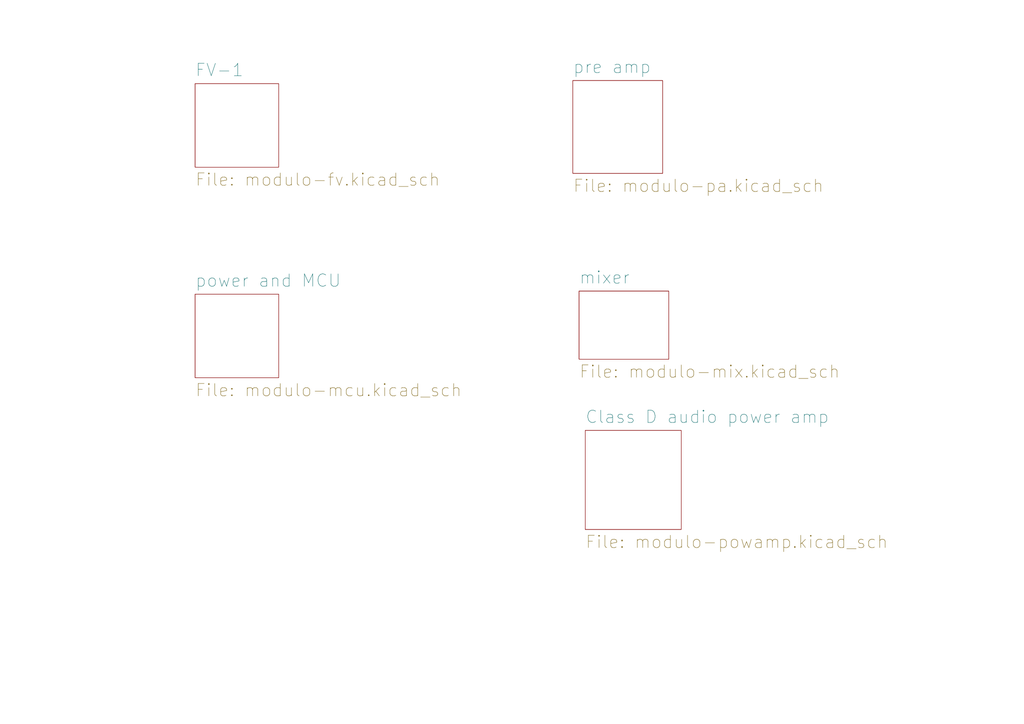
<source format=kicad_sch>
(kicad_sch (version 20211123) (generator eeschema)

  (uuid 52059813-023e-4ddf-808d-4b81dba594da)

  (paper "A3")

  (title_block
    (title "Modulo")
  )

  (lib_symbols
  )


  (sheet (at 80.01 34.29) (size 34.29 34.29) (fields_autoplaced)
    (stroke (width 0) (type solid) (color 0 0 0 0))
    (fill (color 0 0 0 0.0000))
    (uuid 00000000-0000-0000-0000-00005ee9af5b)
    (property "Sheet name" "FV-1" (id 0) (at 80.01 31.6734 0)
      (effects (font (size 5.08 5.08)) (justify left bottom))
    )
    (property "Sheet file" "modulo-fv.kicad_sch" (id 1) (at 80.01 70.6886 0)
      (effects (font (size 5.08 5.08)) (justify left top))
    )
  )

  (sheet (at 240.03 176.53) (size 39.37 40.64) (fields_autoplaced)
    (stroke (width 0) (type solid) (color 0 0 0 0))
    (fill (color 0 0 0 0.0000))
    (uuid 00000000-0000-0000-0000-00005ef28843)
    (property "Sheet name" "Class D audio power amp" (id 0) (at 240.03 173.9134 0)
      (effects (font (size 5.08 5.08)) (justify left bottom))
    )
    (property "Sheet file" "modulo-powamp.kicad_sch" (id 1) (at 240.03 219.2786 0)
      (effects (font (size 5.08 5.08)) (justify left top))
    )
  )

  (sheet (at 237.49 119.38) (size 36.83 27.94) (fields_autoplaced)
    (stroke (width 0) (type solid) (color 0 0 0 0))
    (fill (color 0 0 0 0.0000))
    (uuid 00000000-0000-0000-0000-00005f048fd6)
    (property "Sheet name" "mixer" (id 0) (at 237.49 116.7634 0)
      (effects (font (size 5.08 5.08)) (justify left bottom))
    )
    (property "Sheet file" "modulo-mix.kicad_sch" (id 1) (at 237.49 149.4286 0)
      (effects (font (size 5.08 5.08)) (justify left top))
    )
  )

  (sheet (at 80.01 120.65) (size 34.29 34.29) (fields_autoplaced)
    (stroke (width 0) (type solid) (color 0 0 0 0))
    (fill (color 0 0 0 0.0000))
    (uuid 00000000-0000-0000-0000-00005f06bd21)
    (property "Sheet name" "power and MCU" (id 0) (at 80.01 118.0334 0)
      (effects (font (size 5.08 5.08)) (justify left bottom))
    )
    (property "Sheet file" "modulo-mcu.kicad_sch" (id 1) (at 80.01 157.0486 0)
      (effects (font (size 5.08 5.08)) (justify left top))
    )
  )

  (sheet (at 234.95 33.02) (size 36.83 38.1) (fields_autoplaced)
    (stroke (width 0) (type solid) (color 0 0 0 0))
    (fill (color 0 0 0 0.0000))
    (uuid 00000000-0000-0000-0000-000060d4580b)
    (property "Sheet name" "pre amp" (id 0) (at 234.95 30.4034 0)
      (effects (font (size 5.08 5.08)) (justify left bottom))
    )
    (property "Sheet file" "modulo-pa.kicad_sch" (id 1) (at 234.95 73.2286 0)
      (effects (font (size 5.08 5.08)) (justify left top))
    )
  )

  (sheet_instances
    (path "/" (page "1"))
    (path "/00000000-0000-0000-0000-00005ee9af5b" (page "2"))
    (path "/00000000-0000-0000-0000-00005f06bd21" (page "3"))
    (path "/00000000-0000-0000-0000-000060d4580b" (page "4"))
    (path "/00000000-0000-0000-0000-00005f048fd6" (page "5"))
    (path "/00000000-0000-0000-0000-00005ef28843" (page "6"))
  )

  (symbol_instances
    (path "/00000000-0000-0000-0000-00005f06bd21/00000000-0000-0000-0000-00005ee94c57"
      (reference "#PWR01") (unit 1) (value "+12V") (footprint "")
    )
    (path "/00000000-0000-0000-0000-00005f06bd21/00000000-0000-0000-0000-00005ef29315"
      (reference "#PWR02") (unit 1) (value "GND") (footprint "")
    )
    (path "/00000000-0000-0000-0000-00005f06bd21/00000000-0000-0000-0000-00005ef8c84a"
      (reference "#PWR03") (unit 1) (value "GND") (footprint "")
    )
    (path "/00000000-0000-0000-0000-00005f06bd21/00000000-0000-0000-0000-00005efb84a8"
      (reference "#PWR04") (unit 1) (value "GND") (footprint "")
    )
    (path "/00000000-0000-0000-0000-00005ee9af5b/00000000-0000-0000-0000-00005f0bad59"
      (reference "#PWR018") (unit 1) (value "+3.3V") (footprint "")
    )
    (path "/00000000-0000-0000-0000-00005ee9af5b/00000000-0000-0000-0000-00005f0c0ce7"
      (reference "#PWR019") (unit 1) (value "GND") (footprint "")
    )
    (path "/00000000-0000-0000-0000-00005ee9af5b/00000000-0000-0000-0000-00005f1275ff"
      (reference "#PWR020") (unit 1) (value "+3.3V") (footprint "")
    )
    (path "/00000000-0000-0000-0000-00005ee9af5b/00000000-0000-0000-0000-00005f1279fa"
      (reference "#PWR021") (unit 1) (value "GND") (footprint "")
    )
    (path "/00000000-0000-0000-0000-00005ee9af5b/00000000-0000-0000-0000-00005ef230ae"
      (reference "#PWR0101") (unit 1) (value "GND") (footprint "")
    )
    (path "/00000000-0000-0000-0000-00005f06bd21/00000000-0000-0000-0000-00005ee73ad5"
      (reference "#PWR0102") (unit 1) (value "GND") (footprint "")
    )
    (path "/00000000-0000-0000-0000-00005f06bd21/00000000-0000-0000-0000-00005ee73adc"
      (reference "#PWR0103") (unit 1) (value "+3.3V") (footprint "")
    )
    (path "/00000000-0000-0000-0000-000060d4580b/00000000-0000-0000-0000-0000615268fd"
      (reference "#PWR0104") (unit 1) (value "GND") (footprint "")
    )
    (path "/00000000-0000-0000-0000-000060d4580b/00000000-0000-0000-0000-00006147631d"
      (reference "#PWR0105") (unit 1) (value "GND") (footprint "")
    )
    (path "/00000000-0000-0000-0000-000060d4580b/00000000-0000-0000-0000-00006147637b"
      (reference "#PWR0106") (unit 1) (value "GND") (footprint "")
    )
    (path "/00000000-0000-0000-0000-000060d4580b/00000000-0000-0000-0000-000061526907"
      (reference "#PWR0107") (unit 1) (value "GND") (footprint "")
    )
    (path "/00000000-0000-0000-0000-00005f06bd21/00000000-0000-0000-0000-00005ee73ae4"
      (reference "#PWR0108") (unit 1) (value "GND") (footprint "")
    )
    (path "/00000000-0000-0000-0000-00005f06bd21/00000000-0000-0000-0000-00005ee73af0"
      (reference "#PWR0109") (unit 1) (value "GND") (footprint "")
    )
    (path "/00000000-0000-0000-0000-00005f06bd21/00000000-0000-0000-0000-00005ee73afd"
      (reference "#PWR0110") (unit 1) (value "GND") (footprint "")
    )
    (path "/00000000-0000-0000-0000-00005f06bd21/00000000-0000-0000-0000-00005ee73b2b"
      (reference "#PWR0111") (unit 1) (value "+12V") (footprint "")
    )
    (path "/00000000-0000-0000-0000-00005ee9af5b/00000000-0000-0000-0000-00005f0abc9c"
      (reference "#PWR0112") (unit 1) (value "GND") (footprint "")
    )
    (path "/00000000-0000-0000-0000-00005f06bd21/00000000-0000-0000-0000-00005ee73b38"
      (reference "#PWR0113") (unit 1) (value "GND") (footprint "")
    )
    (path "/00000000-0000-0000-0000-000060d4580b/00000000-0000-0000-0000-000061476399"
      (reference "#PWR0114") (unit 1) (value "+12V") (footprint "")
    )
    (path "/00000000-0000-0000-0000-000060d4580b/00000000-0000-0000-0000-00006147639f"
      (reference "#PWR0115") (unit 1) (value "+12V") (footprint "")
    )
    (path "/00000000-0000-0000-0000-000060d4580b/00000000-0000-0000-0000-00006152690e"
      (reference "#PWR0116") (unit 1) (value "GND") (footprint "")
    )
    (path "/00000000-0000-0000-0000-000060d4580b/00000000-0000-0000-0000-000061526914"
      (reference "#PWR0117") (unit 1) (value "GND") (footprint "")
    )
    (path "/00000000-0000-0000-0000-000060d4580b/00000000-0000-0000-0000-00006152692c"
      (reference "#PWR0118") (unit 1) (value "GND") (footprint "")
    )
    (path "/00000000-0000-0000-0000-000060d4580b/00000000-0000-0000-0000-000061526a04"
      (reference "#PWR0119") (unit 1) (value "+12V") (footprint "")
    )
    (path "/00000000-0000-0000-0000-000060d4580b/00000000-0000-0000-0000-000061526a0a"
      (reference "#PWR0120") (unit 1) (value "+12V") (footprint "")
    )
    (path "/00000000-0000-0000-0000-000060d4580b/00000000-0000-0000-0000-0000615442f6"
      (reference "#PWR0121") (unit 1) (value "GND") (footprint "")
    )
    (path "/00000000-0000-0000-0000-000060d4580b/00000000-0000-0000-0000-0000615449f7"
      (reference "#PWR0122") (unit 1) (value "+12V") (footprint "")
    )
    (path "/00000000-0000-0000-0000-00005ee9af5b/00000000-0000-0000-0000-00005ef230c0"
      (reference "#PWR0123") (unit 1) (value "+3.3V") (footprint "")
    )
    (path "/00000000-0000-0000-0000-00005ee9af5b/00000000-0000-0000-0000-00005ef230d1"
      (reference "#PWR0124") (unit 1) (value "GND") (footprint "")
    )
    (path "/00000000-0000-0000-0000-00005ee9af5b/00000000-0000-0000-0000-00005ef230d8"
      (reference "#PWR0125") (unit 1) (value "GND") (footprint "")
    )
    (path "/00000000-0000-0000-0000-00005f06bd21/00000000-0000-0000-0000-00005ef7e080"
      (reference "#PWR0126") (unit 1) (value "GND") (footprint "")
    )
    (path "/00000000-0000-0000-0000-00005ee9af5b/00000000-0000-0000-0000-00005ef230eb"
      (reference "#PWR0127") (unit 1) (value "GND") (footprint "")
    )
    (path "/00000000-0000-0000-0000-00005ee9af5b/00000000-0000-0000-0000-00005ef230f2"
      (reference "#PWR0128") (unit 1) (value "GND") (footprint "")
    )
    (path "/00000000-0000-0000-0000-00005ee9af5b/00000000-0000-0000-0000-00005ef230f9"
      (reference "#PWR0129") (unit 1) (value "GND") (footprint "")
    )
    (path "/00000000-0000-0000-0000-00005ee9af5b/00000000-0000-0000-0000-00005ef23100"
      (reference "#PWR0130") (unit 1) (value "GND") (footprint "")
    )
    (path "/00000000-0000-0000-0000-00005ee9af5b/00000000-0000-0000-0000-00005ef2311a"
      (reference "#PWR0131") (unit 1) (value "+3.3V") (footprint "")
    )
    (path "/00000000-0000-0000-0000-00005ee9af5b/00000000-0000-0000-0000-00005ef2312b"
      (reference "#PWR0132") (unit 1) (value "GND") (footprint "")
    )
    (path "/00000000-0000-0000-0000-00005ee9af5b/00000000-0000-0000-0000-00005ef23132"
      (reference "#PWR0133") (unit 1) (value "GND") (footprint "")
    )
    (path "/00000000-0000-0000-0000-00005ee9af5b/00000000-0000-0000-0000-00005ef23139"
      (reference "#PWR0134") (unit 1) (value "GND") (footprint "")
    )
    (path "/00000000-0000-0000-0000-00005ee9af5b/00000000-0000-0000-0000-00005ef2314c"
      (reference "#PWR0135") (unit 1) (value "GND") (footprint "")
    )
    (path "/00000000-0000-0000-0000-00005ee9af5b/00000000-0000-0000-0000-00005ef2315b"
      (reference "#PWR0136") (unit 1) (value "+3.3V") (footprint "")
    )
    (path "/00000000-0000-0000-0000-00005ee9af5b/00000000-0000-0000-0000-00005ef23167"
      (reference "#PWR0137") (unit 1) (value "+3.3V") (footprint "")
    )
    (path "/00000000-0000-0000-0000-00005ee9af5b/00000000-0000-0000-0000-00005ef23173"
      (reference "#PWR0138") (unit 1) (value "GND") (footprint "")
    )
    (path "/00000000-0000-0000-0000-00005ee9af5b/00000000-0000-0000-0000-00005ef23180"
      (reference "#PWR0139") (unit 1) (value "+3.3V") (footprint "")
    )
    (path "/00000000-0000-0000-0000-00005ee9af5b/00000000-0000-0000-0000-00005ef2318d"
      (reference "#PWR0140") (unit 1) (value "GND") (footprint "")
    )
    (path "/00000000-0000-0000-0000-00005ee9af5b/00000000-0000-0000-0000-00005ef2319c"
      (reference "#PWR0141") (unit 1) (value "GND") (footprint "")
    )
    (path "/00000000-0000-0000-0000-00005ee9af5b/00000000-0000-0000-0000-00005ef231a2"
      (reference "#PWR0142") (unit 1) (value "GND") (footprint "")
    )
    (path "/00000000-0000-0000-0000-00005ee9af5b/00000000-0000-0000-0000-00005ef231b4"
      (reference "#PWR0143") (unit 1) (value "+3.3V") (footprint "")
    )
    (path "/00000000-0000-0000-0000-00005ee9af5b/00000000-0000-0000-0000-00005ef231cd"
      (reference "#PWR0144") (unit 1) (value "GND") (footprint "")
    )
    (path "/00000000-0000-0000-0000-00005ee9af5b/00000000-0000-0000-0000-00005ef231f3"
      (reference "#PWR0145") (unit 1) (value "GND") (footprint "")
    )
    (path "/00000000-0000-0000-0000-00005ee9af5b/00000000-0000-0000-0000-00005ef23259"
      (reference "#PWR0146") (unit 1) (value "GND") (footprint "")
    )
    (path "/00000000-0000-0000-0000-00005ee9af5b/00000000-0000-0000-0000-00005ef23272"
      (reference "#PWR0147") (unit 1) (value "GND") (footprint "")
    )
    (path "/00000000-0000-0000-0000-00005ef28843/00000000-0000-0000-0000-00005efebdad"
      (reference "#PWR0148") (unit 1) (value "GND") (footprint "")
    )
    (path "/00000000-0000-0000-0000-00005ef28843/00000000-0000-0000-0000-00005efebde1"
      (reference "#PWR0149") (unit 1) (value "GND") (footprint "")
    )
    (path "/00000000-0000-0000-0000-00005f06bd21/00000000-0000-0000-0000-00005ee73b45"
      (reference "#PWR0150") (unit 1) (value "+3.3V") (footprint "")
    )
    (path "/00000000-0000-0000-0000-00005f06bd21/00000000-0000-0000-0000-00005ee73b4c"
      (reference "#PWR0151") (unit 1) (value "+12V") (footprint "")
    )
    (path "/00000000-0000-0000-0000-00005f06bd21/00000000-0000-0000-0000-00005ee73b52"
      (reference "#PWR0152") (unit 1) (value "+12V") (footprint "")
    )
    (path "/00000000-0000-0000-0000-00005ef28843/00000000-0000-0000-0000-00005f13925c"
      (reference "#PWR0153") (unit 1) (value "GND") (footprint "")
    )
    (path "/00000000-0000-0000-0000-00005ef28843/00000000-0000-0000-0000-00005f139d3e"
      (reference "#PWR0154") (unit 1) (value "+12V") (footprint "")
    )
    (path "/00000000-0000-0000-0000-00005ef28843/00000000-0000-0000-0000-00005efebe3e"
      (reference "#PWR0155") (unit 1) (value "GND") (footprint "")
    )
    (path "/00000000-0000-0000-0000-00005ef28843/00000000-0000-0000-0000-00005efebe8b"
      (reference "#PWR0156") (unit 1) (value "GND") (footprint "")
    )
    (path "/00000000-0000-0000-0000-00005ef28843/00000000-0000-0000-0000-00005efebea0"
      (reference "#PWR0157") (unit 1) (value "GND") (footprint "")
    )
    (path "/00000000-0000-0000-0000-00005ef28843/00000000-0000-0000-0000-00005efebea6"
      (reference "#PWR0158") (unit 1) (value "GND") (footprint "")
    )
    (path "/00000000-0000-0000-0000-00005ef28843/00000000-0000-0000-0000-00005efebeac"
      (reference "#PWR0159") (unit 1) (value "GND") (footprint "")
    )
    (path "/00000000-0000-0000-0000-00005ef28843/00000000-0000-0000-0000-00005efebed1"
      (reference "#PWR0160") (unit 1) (value "GND") (footprint "")
    )
    (path "/00000000-0000-0000-0000-00005ef28843/00000000-0000-0000-0000-00005efebed7"
      (reference "#PWR0161") (unit 1) (value "GND") (footprint "")
    )
    (path "/00000000-0000-0000-0000-00005ef28843/00000000-0000-0000-0000-00005efebedd"
      (reference "#PWR0162") (unit 1) (value "GND") (footprint "")
    )
    (path "/00000000-0000-0000-0000-00005ef28843/00000000-0000-0000-0000-00005efebf0b"
      (reference "#PWR0163") (unit 1) (value "GND") (footprint "")
    )
    (path "/00000000-0000-0000-0000-00005ef28843/00000000-0000-0000-0000-00005efebf15"
      (reference "#PWR0164") (unit 1) (value "GND") (footprint "")
    )
    (path "/00000000-0000-0000-0000-00005ef28843/00000000-0000-0000-0000-00005f1a0505"
      (reference "#PWR0165") (unit 1) (value "+12V") (footprint "")
    )
    (path "/00000000-0000-0000-0000-00005f048fd6/00000000-0000-0000-0000-00005f0669e6"
      (reference "#PWR0166") (unit 1) (value "GND") (footprint "")
    )
    (path "/00000000-0000-0000-0000-00005ef28843/00000000-0000-0000-0000-00005f1a0b7f"
      (reference "#PWR0167") (unit 1) (value "+12V") (footprint "")
    )
    (path "/00000000-0000-0000-0000-00005ef28843/00000000-0000-0000-0000-00005f1a0ef4"
      (reference "#PWR0168") (unit 1) (value "+12V") (footprint "")
    )
    (path "/00000000-0000-0000-0000-00005ef28843/00000000-0000-0000-0000-00005f1a14e5"
      (reference "#PWR0169") (unit 1) (value "+12V") (footprint "")
    )
    (path "/00000000-0000-0000-0000-00005ef28843/00000000-0000-0000-0000-00005f1a199a"
      (reference "#PWR0170") (unit 1) (value "+12V") (footprint "")
    )
    (path "/00000000-0000-0000-0000-00005f048fd6/00000000-0000-0000-0000-00005f1bf58f"
      (reference "#PWR0171") (unit 1) (value "GND") (footprint "")
    )
    (path "/00000000-0000-0000-0000-00005f048fd6/00000000-0000-0000-0000-00005f1bf5ed"
      (reference "#PWR0172") (unit 1) (value "GND") (footprint "")
    )
    (path "/00000000-0000-0000-0000-00005f048fd6/00000000-0000-0000-0000-00005f1bf60b"
      (reference "#PWR0173") (unit 1) (value "+12V") (footprint "")
    )
    (path "/00000000-0000-0000-0000-00005f048fd6/00000000-0000-0000-0000-00005f1bf611"
      (reference "#PWR0174") (unit 1) (value "+12V") (footprint "")
    )
    (path "/00000000-0000-0000-0000-00005f048fd6/00000000-0000-0000-0000-00005f1da304"
      (reference "#PWR0175") (unit 1) (value "+12V") (footprint "")
    )
    (path "/00000000-0000-0000-0000-00005f048fd6/00000000-0000-0000-0000-00005f1db0e2"
      (reference "#PWR0176") (unit 1) (value "GND") (footprint "")
    )
    (path "/00000000-0000-0000-0000-00005f048fd6/00000000-0000-0000-0000-00005f1de673"
      (reference "#PWR0177") (unit 1) (value "+12V") (footprint "")
    )
    (path "/00000000-0000-0000-0000-00005f048fd6/00000000-0000-0000-0000-00005eefd6b6"
      (reference "#PWR0178") (unit 1) (value "GND") (footprint "")
    )
    (path "/00000000-0000-0000-0000-00005f048fd6/00000000-0000-0000-0000-00005ef027a4"
      (reference "#PWR0179") (unit 1) (value "GND") (footprint "")
    )
    (path "/00000000-0000-0000-0000-00005f06bd21/00000000-0000-0000-0000-00005ee73b58"
      (reference "#PWR0180") (unit 1) (value "+3.3V") (footprint "")
    )
    (path "/00000000-0000-0000-0000-00005f06bd21/00000000-0000-0000-0000-00005ee73b60"
      (reference "#PWR0181") (unit 1) (value "GND") (footprint "")
    )
    (path "/00000000-0000-0000-0000-00005f06bd21/00000000-0000-0000-0000-00005ee73b6e"
      (reference "#PWR0182") (unit 1) (value "+3.3V") (footprint "")
    )
    (path "/00000000-0000-0000-0000-00005f06bd21/00000000-0000-0000-0000-00005ee73b7a"
      (reference "#PWR0183") (unit 1) (value "GND") (footprint "")
    )
    (path "/00000000-0000-0000-0000-00005f06bd21/00000000-0000-0000-0000-00005ee73b86"
      (reference "#PWR0184") (unit 1) (value "GND") (footprint "")
    )
    (path "/00000000-0000-0000-0000-00005f06bd21/00000000-0000-0000-0000-00005ee73b8e"
      (reference "#PWR0185") (unit 1) (value "+3.3V") (footprint "")
    )
    (path "/00000000-0000-0000-0000-00005f06bd21/00000000-0000-0000-0000-00005ee73bb9"
      (reference "#PWR0186") (unit 1) (value "GND") (footprint "")
    )
    (path "/00000000-0000-0000-0000-00005f06bd21/00000000-0000-0000-0000-00005ee73be5"
      (reference "#PWR0187") (unit 1) (value "GND") (footprint "")
    )
    (path "/00000000-0000-0000-0000-00005f06bd21/00000000-0000-0000-0000-00005ee73bfa"
      (reference "#PWR0188") (unit 1) (value "GND") (footprint "")
    )
    (path "/00000000-0000-0000-0000-00005f06bd21/00000000-0000-0000-0000-00005ee73c23"
      (reference "#PWR0189") (unit 1) (value "GND") (footprint "")
    )
    (path "/00000000-0000-0000-0000-00005f06bd21/00000000-0000-0000-0000-00005ee4ccf1"
      (reference "#PWR0190") (unit 1) (value "GND") (footprint "")
    )
    (path "/00000000-0000-0000-0000-00005f06bd21/00000000-0000-0000-0000-00005ee73c6e"
      (reference "#PWR0191") (unit 1) (value "+3.3V") (footprint "")
    )
    (path "/00000000-0000-0000-0000-00005f06bd21/00000000-0000-0000-0000-00005ee73c74"
      (reference "#PWR0192") (unit 1) (value "GND") (footprint "")
    )
    (path "/00000000-0000-0000-0000-00005f06bd21/00000000-0000-0000-0000-00005ee73c7d"
      (reference "#PWR0193") (unit 1) (value "+3.3V") (footprint "")
    )
    (path "/00000000-0000-0000-0000-00005f06bd21/00000000-0000-0000-0000-00005ee73c83"
      (reference "#PWR0194") (unit 1) (value "GND") (footprint "")
    )
    (path "/00000000-0000-0000-0000-000060d4580b/00000000-0000-0000-0000-000061526923"
      (reference "C1") (unit 1) (value "1μF") (footprint "myAmp:C_5MM_1206")
    )
    (path "/00000000-0000-0000-0000-000060d4580b/00000000-0000-0000-0000-0000615268b9"
      (reference "C2") (unit 1) (value "680pF") (footprint "myAmp:C_5MM_1206")
    )
    (path "/00000000-0000-0000-0000-000060d4580b/00000000-0000-0000-0000-000061476326"
      (reference "C3") (unit 1) (value "100nF") (footprint "myAmp:C_5MM_1206")
    )
    (path "/00000000-0000-0000-0000-00005ee9af5b/00000000-0000-0000-0000-00005ef230a8"
      (reference "C4") (unit 1) (value "15pF") (footprint "myAmp:C_2.5MM")
    )
    (path "/00000000-0000-0000-0000-00005ee9af5b/00000000-0000-0000-0000-00005ef23264"
      (reference "C5") (unit 1) (value "1µF") (footprint "myAmp:C_5MM_1206")
    )
    (path "/00000000-0000-0000-0000-00005ee9af5b/00000000-0000-0000-0000-00005ef231e4"
      (reference "C6") (unit 1) (value "1µF") (footprint "myAmp:C_5MM_1206")
    )
    (path "/00000000-0000-0000-0000-000060d4580b/00000000-0000-0000-0000-000061526937"
      (reference "C7") (unit 1) (value "1nF") (footprint "myAmp:C_5MM_1206")
    )
    (path "/00000000-0000-0000-0000-000060d4580b/00000000-0000-0000-0000-0000615268c9"
      (reference "C8") (unit 1) (value "250nF") (footprint "myAmp:C_5MM_1206")
    )
    (path "/00000000-0000-0000-0000-00005ee9af5b/00000000-0000-0000-0000-00005ef23251"
      (reference "C9") (unit 1) (value "100nF") (footprint "myAmp:C_5MM_1206")
    )
    (path "/00000000-0000-0000-0000-000060d4580b/00000000-0000-0000-0000-000061526944"
      (reference "C10") (unit 1) (value "1nF") (footprint "myAmp:C_5MM_1206")
    )
    (path "/00000000-0000-0000-0000-00005ee9af5b/00000000-0000-0000-0000-00005ef23278"
      (reference "C11") (unit 1) (value "1nF") (footprint "myAmp:C_5MM_1206")
    )
    (path "/00000000-0000-0000-0000-000060d4580b/00000000-0000-0000-0000-0000615268d5"
      (reference "C12") (unit 1) (value "47nF") (footprint "myAmp:C_5MM_1206")
    )
    (path "/00000000-0000-0000-0000-00005ee9af5b/00000000-0000-0000-0000-00005ef23125"
      (reference "C13") (unit 1) (value "1µF") (footprint "myAmp:C_5MM_1206")
    )
    (path "/00000000-0000-0000-0000-00005ee9af5b/00000000-0000-0000-0000-00005ef231f9"
      (reference "C14") (unit 1) (value "1nF") (footprint "myAmp:C_5MM_1206")
    )
    (path "/00000000-0000-0000-0000-00005ee9af5b/00000000-0000-0000-0000-00005ef23144"
      (reference "C15") (unit 1) (value "1µF") (footprint "myAmp:C_5MM_1206")
    )
    (path "/00000000-0000-0000-0000-000060d4580b/00000000-0000-0000-0000-00006147636f"
      (reference "C16") (unit 1) (value "220μF") (footprint "myAmp:CPOL_D6.3_P2.5")
    )
    (path "/00000000-0000-0000-0000-00005ee9af5b/00000000-0000-0000-0000-00005ef2316d"
      (reference "C17") (unit 1) (value "100nF") (footprint "myAmp:C_5MM_1206")
    )
    (path "/00000000-0000-0000-0000-00005f048fd6/00000000-0000-0000-0000-00005f06699d"
      (reference "C18") (unit 1) (value "1µF") (footprint "myAmp:C_5MM_1206")
    )
    (path "/00000000-0000-0000-0000-00005f048fd6/00000000-0000-0000-0000-00005f0669c7"
      (reference "C19") (unit 1) (value "1µF") (footprint "myAmp:C_5MM_1206")
    )
    (path "/00000000-0000-0000-0000-000060d4580b/00000000-0000-0000-0000-000061476375"
      (reference "C20") (unit 1) (value "220μF") (footprint "myAmp:CPOL_D6.3_P2.5")
    )
    (path "/00000000-0000-0000-0000-00005f048fd6/00000000-0000-0000-0000-00005f066a10"
      (reference "C21") (unit 1) (value "1µF") (footprint "myAmp:C_5MM_1206")
    )
    (path "/00000000-0000-0000-0000-000060d4580b/00000000-0000-0000-0000-00006152694f"
      (reference "C22") (unit 1) (value "100nF") (footprint "myAmp:C_5MM_1206")
    )
    (path "/00000000-0000-0000-0000-00005f048fd6/00000000-0000-0000-0000-00005f066a3a"
      (reference "C23") (unit 1) (value "1µF") (footprint "myAmp:C_5MM_1206")
    )
    (path "/00000000-0000-0000-0000-00005f048fd6/00000000-0000-0000-0000-00005f0669ed"
      (reference "C24") (unit 1) (value "100nF") (footprint "myAmp:C_5MM_1206")
    )
    (path "/00000000-0000-0000-0000-00005f06bd21/00000000-0000-0000-0000-00005ee73acd"
      (reference "C25") (unit 1) (value "10µf") (footprint "myAmp:CPOL_D4_P1.5")
    )
    (path "/00000000-0000-0000-0000-00005f06bd21/00000000-0000-0000-0000-00005ee73ba6"
      (reference "C26") (unit 1) (value "22pF") (footprint "myAmp:C_2.5MM")
    )
    (path "/00000000-0000-0000-0000-00005f06bd21/00000000-0000-0000-0000-00005ee73bac"
      (reference "C27") (unit 1) (value "22pF") (footprint "myAmp:C_2.5MM")
    )
    (path "/00000000-0000-0000-0000-00005ef28843/00000000-0000-0000-0000-00005efebebe"
      (reference "C28") (unit 1) (value "100μF") (footprint "myAmp:CPOL_D8_P3.5")
    )
    (path "/00000000-0000-0000-0000-00005ef28843/00000000-0000-0000-0000-00005efebe0a"
      (reference "C29") (unit 1) (value "1μF") (footprint "myAmp:C_5MM_1206")
    )
    (path "/00000000-0000-0000-0000-00005ef28843/00000000-0000-0000-0000-00005efebdcf"
      (reference "C30") (unit 1) (value "1μF") (footprint "myAmp:C_5MM_1206")
    )
    (path "/00000000-0000-0000-0000-00005ef28843/00000000-0000-0000-0000-00005efebefd"
      (reference "C31") (unit 1) (value "1μF") (footprint "myAmp:C_5MM_1206")
    )
    (path "/00000000-0000-0000-0000-00005ef28843/00000000-0000-0000-0000-00005efebeb8"
      (reference "C32") (unit 1) (value "100nF") (footprint "myAmp:C_1206")
    )
    (path "/00000000-0000-0000-0000-00005ef28843/00000000-0000-0000-0000-00005efebe04"
      (reference "C33") (unit 1) (value "1μF") (footprint "myAmp:C_1206")
    )
    (path "/00000000-0000-0000-0000-00005ef28843/00000000-0000-0000-0000-00005efebdd5"
      (reference "C34") (unit 1) (value "1μF") (footprint "myAmp:C_5MM_1206")
    )
    (path "/00000000-0000-0000-0000-00005f06bd21/00000000-0000-0000-0000-00005ee73bc1"
      (reference "C35") (unit 1) (value "100nF") (footprint "myAmp:C_1206")
    )
    (path "/00000000-0000-0000-0000-00005ef28843/00000000-0000-0000-0000-00005efebf03"
      (reference "C36") (unit 1) (value "1μF") (footprint "myAmp:C_5MM_1206")
    )
    (path "/00000000-0000-0000-0000-00005ef28843/00000000-0000-0000-0000-00005efebeb2"
      (reference "C37") (unit 1) (value "1nF") (footprint "myAmp:C_1206")
    )
    (path "/00000000-0000-0000-0000-00005ef28843/00000000-0000-0000-0000-00005efebeef"
      (reference "C38") (unit 1) (value "100μF") (footprint "myAmp:CPOL_D8_P3.5")
    )
    (path "/00000000-0000-0000-0000-00005ef28843/00000000-0000-0000-0000-00005efebee9"
      (reference "C39") (unit 1) (value "100nF") (footprint "myAmp:C_1206")
    )
    (path "/00000000-0000-0000-0000-00005ef28843/00000000-0000-0000-0000-00005efebee3"
      (reference "C40") (unit 1) (value "1nF") (footprint "myAmp:C_1206")
    )
    (path "/00000000-0000-0000-0000-00005ef28843/00000000-0000-0000-0000-00005efebe63"
      (reference "C41") (unit 1) (value "220nF") (footprint "myAmp:C_1206")
    )
    (path "/00000000-0000-0000-0000-00005ef28843/00000000-0000-0000-0000-00005efebd8b"
      (reference "C42") (unit 1) (value "220nF") (footprint "myAmp:C_1206")
    )
    (path "/00000000-0000-0000-0000-00005ef28843/00000000-0000-0000-0000-00005efebd85"
      (reference "C43") (unit 1) (value "220nF") (footprint "myAmp:C_1206")
    )
    (path "/00000000-0000-0000-0000-00005ef28843/00000000-0000-0000-0000-00005efebe5d"
      (reference "C44") (unit 1) (value "220nF") (footprint "myAmp:C_1206")
    )
    (path "/00000000-0000-0000-0000-00005ef28843/00000000-0000-0000-0000-00005efebe4a"
      (reference "C45") (unit 1) (value "680nF") (footprint "myAmp:C_FILM_5MM")
    )
    (path "/00000000-0000-0000-0000-00005ef28843/00000000-0000-0000-0000-00005efebe44"
      (reference "C46") (unit 1) (value "680nF") (footprint "myAmp:C_FILM_5MM")
    )
    (path "/00000000-0000-0000-0000-00005ef28843/00000000-0000-0000-0000-00005efebdb9"
      (reference "C47") (unit 1) (value "680nF") (footprint "myAmp:C_FILM_5MM")
    )
    (path "/00000000-0000-0000-0000-00005ef28843/00000000-0000-0000-0000-00005efebdb3"
      (reference "C48") (unit 1) (value "680nF") (footprint "myAmp:C_FILM_5MM")
    )
    (path "/00000000-0000-0000-0000-00005ee9af5b/00000000-0000-0000-0000-00005ef2321b"
      (reference "C49") (unit 1) (value "10nF") (footprint "myAmp:C_5MM_1206")
    )
    (path "/00000000-0000-0000-0000-00005ee9af5b/00000000-0000-0000-0000-00005ef23221"
      (reference "C50") (unit 1) (value "10nF") (footprint "myAmp:C_5MM_1206")
    )
    (path "/00000000-0000-0000-0000-00005ee9af5b/00000000-0000-0000-0000-00005f1260cc"
      (reference "C51") (unit 1) (value "10µF") (footprint "myAmp:CPOL_D4_P1.5")
    )
    (path "/00000000-0000-0000-0000-00005f048fd6/00000000-0000-0000-0000-00005f1bf5e1"
      (reference "C52") (unit 1) (value "220μF") (footprint "myAmp:CPOL_D6.3_P2.5")
    )
    (path "/00000000-0000-0000-0000-00005f048fd6/00000000-0000-0000-0000-00005f1bf5e7"
      (reference "C53") (unit 1) (value "220μF") (footprint "myAmp:CPOL_D6.3_P2.5")
    )
    (path "/00000000-0000-0000-0000-00005f048fd6/00000000-0000-0000-0000-00005f1bf598"
      (reference "C54") (unit 1) (value "100nF") (footprint "myAmp:C_5MM_1206")
    )
    (path "/00000000-0000-0000-0000-00005f06bd21/00000000-0000-0000-0000-00005eee8900"
      (reference "C55") (unit 1) (value "4.7µf") (footprint "myAmp:CPOL_D4_P1.5")
    )
    (path "/00000000-0000-0000-0000-00005f06bd21/00000000-0000-0000-0000-00005eed7223"
      (reference "C56") (unit 1) (value "100nF") (footprint "myAmp:C_5MM_1206")
    )
    (path "/00000000-0000-0000-0000-00005f06bd21/00000000-0000-0000-0000-00005ef3b56d"
      (reference "C57") (unit 1) (value "100nF") (footprint "myAmp:C_1206")
    )
    (path "/00000000-0000-0000-0000-00005f06bd21/00000000-0000-0000-0000-00005ef9712a"
      (reference "C58") (unit 1) (value "15µf") (footprint "myAmp:C_1812")
    )
    (path "/00000000-0000-0000-0000-00005f06bd21/00000000-0000-0000-0000-00005ef97c98"
      (reference "C59") (unit 1) (value "15µf") (footprint "myAmp:C_1812")
    )
    (path "/00000000-0000-0000-0000-000060d4580b/00000000-0000-0000-0000-0000615268ee"
      (reference "D1") (unit 1) (value "1N4773a") (footprint "myAmp:DO41")
    )
    (path "/00000000-0000-0000-0000-000060d4580b/00000000-0000-0000-0000-0000615268f4"
      (reference "D2") (unit 1) (value "1N4773a") (footprint "myAmp:DO41")
    )
    (path "/00000000-0000-0000-0000-00005ee9af5b/00000000-0000-0000-0000-00005ef2310d"
      (reference "D3") (unit 1) (value "CLIP") (footprint "myAmp:LED_D3.0mm_PCBedge")
    )
    (path "/00000000-0000-0000-0000-000060d4580b/00000000-0000-0000-0000-00006147634b"
      (reference "D4") (unit 1) (value "1N4148") (footprint "myAmp:DO35")
    )
    (path "/00000000-0000-0000-0000-000060d4580b/00000000-0000-0000-0000-000061476351"
      (reference "D5") (unit 1) (value "1N4148") (footprint "myAmp:DO35")
    )
    (path "/00000000-0000-0000-0000-00005ef28843/00000000-0000-0000-0000-00005efebe6a"
      (reference "D6") (unit 1) (value "FAULT") (footprint "myAmp:LED_D3.0mm_PCBedge")
    )
    (path "/00000000-0000-0000-0000-00005f06bd21/00000000-0000-0000-0000-00005ee73af6"
      (reference "D7") (unit 1) (value "PWR") (footprint "myAmp:LED_D3.0mm")
    )
    (path "/00000000-0000-0000-0000-00005f048fd6/00000000-0000-0000-0000-00005f1bf5bd"
      (reference "D8") (unit 1) (value "1N4148") (footprint "myAmp:DO35")
    )
    (path "/00000000-0000-0000-0000-00005f048fd6/00000000-0000-0000-0000-00005f1bf5c3"
      (reference "D9") (unit 1) (value "1N4148") (footprint "myAmp:DO35")
    )
    (path "/00000000-0000-0000-0000-00005f06bd21/00000000-0000-0000-0000-00005eeac855"
      (reference "D10") (unit 1) (value "1") (footprint "myAmp:LED_D3.0mm_PCBedge")
    )
    (path "/00000000-0000-0000-0000-00005f06bd21/00000000-0000-0000-0000-00005eeace3f"
      (reference "D11") (unit 1) (value "2") (footprint "myAmp:LED_D3.0mm_PCBedge")
    )
    (path "/00000000-0000-0000-0000-00005f06bd21/00000000-0000-0000-0000-00005eead49a"
      (reference "D12") (unit 1) (value "3") (footprint "myAmp:LED_D3.0mm_PCBedge")
    )
    (path "/00000000-0000-0000-0000-00005f06bd21/00000000-0000-0000-0000-00005eeb1259"
      (reference "D13") (unit 1) (value "4") (footprint "myAmp:LED_D3.0mm_PCBedge")
    )
    (path "/00000000-0000-0000-0000-00005f06bd21/00000000-0000-0000-0000-00005eeb125f"
      (reference "D14") (unit 1) (value "5") (footprint "myAmp:LED_D3.0mm_PCBedge")
    )
    (path "/00000000-0000-0000-0000-00005f06bd21/00000000-0000-0000-0000-00005eeb1265"
      (reference "D15") (unit 1) (value "6") (footprint "myAmp:LED_D3.0mm_PCBedge")
    )
    (path "/00000000-0000-0000-0000-00005f06bd21/00000000-0000-0000-0000-00005eeb126b"
      (reference "D16") (unit 1) (value "7") (footprint "myAmp:LED_D3.0mm_PCBedge")
    )
    (path "/00000000-0000-0000-0000-00005f06bd21/00000000-0000-0000-0000-00005ee9d030"
      (reference "D17") (unit 1) (value "8") (footprint "myAmp:LED_D3.0mm_PCBedge")
    )
    (path "/00000000-0000-0000-0000-00005f06bd21/00000000-0000-0000-0000-00005ef70e2d"
      (reference "D18") (unit 1) (value "9") (footprint "myAmp:LED_D3.0mm_PCBedge")
    )
    (path "/00000000-0000-0000-0000-00005f06bd21/00000000-0000-0000-0000-00005ef70e33"
      (reference "D19") (unit 1) (value "10") (footprint "myAmp:LED_D3.0mm_PCBedge")
    )
    (path "/00000000-0000-0000-0000-00005f06bd21/00000000-0000-0000-0000-00005ef70e39"
      (reference "D20") (unit 1) (value "11") (footprint "myAmp:LED_D3.0mm_PCBedge")
    )
    (path "/00000000-0000-0000-0000-00005f06bd21/00000000-0000-0000-0000-00005ef70e3f"
      (reference "D21") (unit 1) (value "12") (footprint "myAmp:LED_D3.0mm_PCBedge")
    )
    (path "/00000000-0000-0000-0000-000060d4580b/00000000-0000-0000-0000-0000615268e8"
      (reference "J1") (unit 1) (value "JACK_MONO") (footprint "myAmp:JACK_CL13106")
    )
    (path "/00000000-0000-0000-0000-00005f06bd21/00000000-0000-0000-0000-00005ee73b12"
      (reference "J2") (unit 1) (value "Barrel_Jack_Switch") (footprint "myAmp:POWER_JACK_2.1mm")
    )
    (path "/00000000-0000-0000-0000-000060d4580b/00000000-0000-0000-0000-00005f004702"
      (reference "J3") (unit 1) (value "HOLE") (footprint "myAmp:MountingHole")
    )
    (path "/00000000-0000-0000-0000-00005f06bd21/00000000-0000-0000-0000-00005ee73b25"
      (reference "J4") (unit 1) (value "HOLE") (footprint "myAmp:MountingHole")
    )
    (path "/00000000-0000-0000-0000-000060d4580b/00000000-0000-0000-0000-00005f004708"
      (reference "J5") (unit 1) (value "HOLE") (footprint "myAmp:MountingHole")
    )
    (path "/00000000-0000-0000-0000-000060d4580b/00000000-0000-0000-0000-00005f00470e"
      (reference "J6") (unit 1) (value "HOLE") (footprint "myAmp:MountingHole")
    )
    (path "/00000000-0000-0000-0000-000060d4580b/00000000-0000-0000-0000-00005f004714"
      (reference "J7") (unit 1) (value "HOLE") (footprint "myAmp:MountingHole")
    )
    (path "/00000000-0000-0000-0000-00005ef28843/00000000-0000-0000-0000-00005f029b1c"
      (reference "J8") (unit 1) (value "HOLE") (footprint "myAmp:MountingHole")
    )
    (path "/00000000-0000-0000-0000-00005ef28843/00000000-0000-0000-0000-00005f029b22"
      (reference "J9") (unit 1) (value "HOLE") (footprint "myAmp:MountingHole")
    )
    (path "/00000000-0000-0000-0000-00005ef28843/00000000-0000-0000-0000-00005f029b28"
      (reference "J10") (unit 1) (value "HOLE") (footprint "myAmp:MountingHole")
    )
    (path "/00000000-0000-0000-0000-00005ef28843/00000000-0000-0000-0000-00005f029b2e"
      (reference "J11") (unit 1) (value "HOLE") (footprint "myAmp:MountingHole")
    )
    (path "/00000000-0000-0000-0000-00005ee9af5b/00000000-0000-0000-0000-00005f033bc8"
      (reference "J12") (unit 1) (value "HOLE") (footprint "myAmp:MountingHole")
    )
    (path "/00000000-0000-0000-0000-00005ee9af5b/00000000-0000-0000-0000-00005f033bce"
      (reference "J13") (unit 1) (value "HOLE") (footprint "myAmp:MountingHole")
    )
    (path "/00000000-0000-0000-0000-00005ee9af5b/00000000-0000-0000-0000-00005f033bd4"
      (reference "J14") (unit 1) (value "HOLE") (footprint "myAmp:MountingHole")
    )
    (path "/00000000-0000-0000-0000-00005ee9af5b/00000000-0000-0000-0000-00005f033bda"
      (reference "J15") (unit 1) (value "HOLE") (footprint "myAmp:MountingHole")
    )
    (path "/00000000-0000-0000-0000-00005f06bd21/00000000-0000-0000-0000-00005ee83f3c"
      (reference "J17") (unit 1) (value "HOLE") (footprint "myAmp:MountingHole")
    )
    (path "/00000000-0000-0000-0000-00005f06bd21/00000000-0000-0000-0000-00005ee840de"
      (reference "J18") (unit 1) (value "HOLE") (footprint "myAmp:MountingHole")
    )
    (path "/00000000-0000-0000-0000-00005f06bd21/00000000-0000-0000-0000-00005ee84237"
      (reference "J19") (unit 1) (value "HOLE") (footprint "myAmp:MountingHole")
    )
    (path "/00000000-0000-0000-0000-00005f048fd6/00000000-0000-0000-0000-00005f09c364"
      (reference "J24") (unit 1) (value "HOLE") (footprint "myAmp:MountingHole")
    )
    (path "/00000000-0000-0000-0000-00005f048fd6/00000000-0000-0000-0000-00005f09c36a"
      (reference "J25") (unit 1) (value "HOLE") (footprint "myAmp:MountingHole")
    )
    (path "/00000000-0000-0000-0000-00005f048fd6/00000000-0000-0000-0000-00005f09c370"
      (reference "J26") (unit 1) (value "HOLE") (footprint "myAmp:MountingHole")
    )
    (path "/00000000-0000-0000-0000-00005f048fd6/00000000-0000-0000-0000-00005f09c376"
      (reference "J27") (unit 1) (value "HOLE") (footprint "myAmp:MountingHole")
    )
    (path "/00000000-0000-0000-0000-00005ef28843/00000000-0000-0000-0000-00005efebe56"
      (reference "L1") (unit 1) (value "10μH") (footprint "myAmp:COILCRAFT_RFS1412")
    )
    (path "/00000000-0000-0000-0000-00005ef28843/00000000-0000-0000-0000-00005efebe50"
      (reference "L2") (unit 1) (value "10μH") (footprint "myAmp:COILCRAFT_RFS1412")
    )
    (path "/00000000-0000-0000-0000-00005ef28843/00000000-0000-0000-0000-00005efebdc5"
      (reference "L3") (unit 1) (value "10μH") (footprint "myAmp:COILCRAFT_RFS1412")
    )
    (path "/00000000-0000-0000-0000-00005ef28843/00000000-0000-0000-0000-00005efebdbf"
      (reference "L4") (unit 1) (value "10μH") (footprint "myAmp:COILCRAFT_RFS1412")
    )
    (path "/00000000-0000-0000-0000-00005f06bd21/00000000-0000-0000-0000-00005ef4edd0"
      (reference "L5") (unit 1) (value "33µH") (footprint "myAmp:COIL_SRR6603")
    )
    (path "/00000000-0000-0000-0000-000060d4580b/00000000-0000-0000-0000-0000615268e2"
      (reference "Q1") (unit 1) (value "MMBFJ201") (footprint "myAmp:SOT-23_with_jig")
    )
    (path "/00000000-0000-0000-0000-000060d4580b/00000000-0000-0000-0000-00006147632c"
      (reference "Q2") (unit 1) (value "BC547") (footprint "myAmp:TO-92_Inline_Wide")
    )
    (path "/00000000-0000-0000-0000-000060d4580b/00000000-0000-0000-0000-000061476332"
      (reference "Q3") (unit 1) (value "BC557") (footprint "myAmp:TO-92_Inline_Wide")
    )
    (path "/00000000-0000-0000-0000-00005f048fd6/00000000-0000-0000-0000-00005f1bf59e"
      (reference "Q4") (unit 1) (value "BC547") (footprint "myAmp:TO-92_Inline_Wide")
    )
    (path "/00000000-0000-0000-0000-00005f048fd6/00000000-0000-0000-0000-00005f1bf5a4"
      (reference "Q5") (unit 1) (value "BC557") (footprint "myAmp:TO-92_Inline_Wide")
    )
    (path "/00000000-0000-0000-0000-000060d4580b/00000000-0000-0000-0000-0000615269f8"
      (reference "R1") (unit 1) (value "15K") (footprint "myAmp:R_10MM")
    )
    (path "/00000000-0000-0000-0000-000060d4580b/00000000-0000-0000-0000-0000615269e3"
      (reference "R2") (unit 1) (value "1M") (footprint "myAmp:R_10MM")
    )
    (path "/00000000-0000-0000-0000-00005ee9af5b/00000000-0000-0000-0000-00005ef23107"
      (reference "R3") (unit 1) (value "100") (footprint "myAmp:R_10MM")
    )
    (path "/00000000-0000-0000-0000-000060d4580b/00000000-0000-0000-0000-0000615268c1"
      (reference "R4") (unit 1) (value "100K") (footprint "myAmp:R_10MM")
    )
    (path "/00000000-0000-0000-0000-000060d4580b/00000000-0000-0000-0000-00006152696f"
      (reference "R5") (unit 1) (value "1M") (footprint "myAmp:R_10MM")
    )
    (path "/00000000-0000-0000-0000-00005ee9af5b/00000000-0000-0000-0000-00005ef2326c"
      (reference "R6") (unit 1) (value "1K") (footprint "myAmp:R_10MM")
    )
    (path "/00000000-0000-0000-0000-000060d4580b/00000000-0000-0000-0000-0000615268dc"
      (reference "R7") (unit 1) (value "1M") (footprint "myAmp:R_10MM")
    )
    (path "/00000000-0000-0000-0000-000060d4580b/00000000-0000-0000-0000-0000615269d5"
      (reference "R8") (unit 1) (value "1K5") (footprint "myAmp:R_10MM")
    )
    (path "/00000000-0000-0000-0000-000060d4580b/00000000-0000-0000-0000-0000615269ea"
      (reference "R9") (unit 1) (value "1M") (footprint "myAmp:R_10MM")
    )
    (path "/00000000-0000-0000-0000-000060d4580b/00000000-0000-0000-0000-000061526982"
      (reference "R10") (unit 1) (value "47K") (footprint "myAmp:R_10MM")
    )
    (path "/00000000-0000-0000-0000-000060d4580b/00000000-0000-0000-0000-000061526979"
      (reference "R11") (unit 1) (value "10K") (footprint "myAmp:R_10MM")
    )
    (path "/00000000-0000-0000-0000-000060d4580b/00000000-0000-0000-0000-00006152698e"
      (reference "R12") (unit 1) (value "10K") (footprint "myAmp:R_10MM")
    )
    (path "/00000000-0000-0000-0000-000060d4580b/00000000-0000-0000-0000-000061526997"
      (reference "R13") (unit 1) (value "8K2") (footprint "myAmp:R_10MM")
    )
    (path "/00000000-0000-0000-0000-00005ee9af5b/00000000-0000-0000-0000-00005ef231ed"
      (reference "R14") (unit 1) (value "1K") (footprint "myAmp:R_10MM")
    )
    (path "/00000000-0000-0000-0000-000060d4580b/00000000-0000-0000-0000-000061476361"
      (reference "R15") (unit 1) (value "4K7") (footprint "myAmp:R_10MM")
    )
    (path "/00000000-0000-0000-0000-00005ee9af5b/00000000-0000-0000-0000-00005ef23113"
      (reference "R16") (unit 1) (value "10K") (footprint "myAmp:R_10MM")
    )
    (path "/00000000-0000-0000-0000-00005f048fd6/00000000-0000-0000-0000-00005f066997"
      (reference "R17") (unit 1) (value "10K") (footprint "myAmp:R_10MM")
    )
    (path "/00000000-0000-0000-0000-00005f048fd6/00000000-0000-0000-0000-00005f0669b7"
      (reference "R18") (unit 1) (value "10K") (footprint "myAmp:R_10MM")
    )
    (path "/00000000-0000-0000-0000-00005ee9af5b/00000000-0000-0000-0000-00005ef231aa"
      (reference "R19") (unit 1) (value "10K") (footprint "myAmp:R_10MM")
    )
    (path "/00000000-0000-0000-0000-00005ee9af5b/00000000-0000-0000-0000-00005ef23154"
      (reference "R20") (unit 1) (value "100") (footprint "myAmp:R_10MM")
    )
    (path "/00000000-0000-0000-0000-00005ee9af5b/00000000-0000-0000-0000-00005ef231bb"
      (reference "R21") (unit 1) (value "10K") (footprint "myAmp:R_10MM")
    )
    (path "/00000000-0000-0000-0000-000060d4580b/00000000-0000-0000-0000-000061476338"
      (reference "R22") (unit 1) (value "10") (footprint "myAmp:R_10MM")
    )
    (path "/00000000-0000-0000-0000-00005f048fd6/00000000-0000-0000-0000-00005f066a0a"
      (reference "R23") (unit 1) (value "10K") (footprint "myAmp:R_10MM")
    )
    (path "/00000000-0000-0000-0000-00005f048fd6/00000000-0000-0000-0000-00005f066a2a"
      (reference "R24") (unit 1) (value "10K") (footprint "myAmp:R_10MM")
    )
    (path "/00000000-0000-0000-0000-000060d4580b/00000000-0000-0000-0000-00006147633e"
      (reference "R25") (unit 1) (value "10") (footprint "myAmp:R_10MM")
    )
    (path "/00000000-0000-0000-0000-00005ee9af5b/00000000-0000-0000-0000-00005ef23215"
      (reference "R26") (unit 1) (value "1K") (footprint "myAmp:R_10MM")
    )
    (path "/00000000-0000-0000-0000-000060d4580b/00000000-0000-0000-0000-00006147635b"
      (reference "R27") (unit 1) (value "4K7") (footprint "myAmp:R_10MM")
    )
    (path "/00000000-0000-0000-0000-00005f048fd6/00000000-0000-0000-0000-00005f0669a5"
      (reference "R28") (unit 1) (value "10K") (footprint "myAmp:R_10MM")
    )
    (path "/00000000-0000-0000-0000-00005f048fd6/00000000-0000-0000-0000-00005f0669bd"
      (reference "R29") (unit 1) (value "10K") (footprint "myAmp:R_10MM")
    )
    (path "/00000000-0000-0000-0000-00005f048fd6/00000000-0000-0000-0000-00005f066a18"
      (reference "R30") (unit 1) (value "10K") (footprint "myAmp:R_10MM")
    )
    (path "/00000000-0000-0000-0000-00005f048fd6/00000000-0000-0000-0000-00005f066a30"
      (reference "R31") (unit 1) (value "10K") (footprint "myAmp:R_10MM")
    )
    (path "/00000000-0000-0000-0000-00005f06bd21/00000000-0000-0000-0000-00005ee73bd1"
      (reference "R32") (unit 1) (value "10K") (footprint "myAmp:R_10MM")
    )
    (path "/00000000-0000-0000-0000-00005f06bd21/00000000-0000-0000-0000-00005ee73b05"
      (reference "R33") (unit 1) (value "2K2") (footprint "myAmp:R_10MM")
    )
    (path "/00000000-0000-0000-0000-00005ef28843/00000000-0000-0000-0000-00005efebe2a"
      (reference "R34") (unit 1) (value "10K") (footprint "myAmp:R_10MM")
    )
    (path "/00000000-0000-0000-0000-00005ef28843/00000000-0000-0000-0000-00005efebe72"
      (reference "R35") (unit 1) (value "2K2") (footprint "myAmp:R_10MM")
    )
    (path "/00000000-0000-0000-0000-00005ee9af5b/00000000-0000-0000-0000-00005ef2322d"
      (reference "R36") (unit 1) (value "1K") (footprint "myAmp:R_10MM")
    )
    (path "/00000000-0000-0000-0000-000060d4580b/00000000-0000-0000-0000-0000612489b5"
      (reference "R37") (unit 1) (value "1M") (footprint "myAmp:R_10MM")
    )
    (path "/00000000-0000-0000-0000-000060d4580b/00000000-0000-0000-0000-0000612489bb"
      (reference "R38") (unit 1) (value "100") (footprint "myAmp:R_10MM")
    )
    (path "/00000000-0000-0000-0000-00005ee9af5b/00000000-0000-0000-0000-00005ef231c1"
      (reference "R39") (unit 1) (value "10K") (footprint "myAmp:R_10MM")
    )
    (path "/00000000-0000-0000-0000-00005ee9af5b/00000000-0000-0000-0000-00005ef231c7"
      (reference "R40") (unit 1) (value "10K") (footprint "myAmp:R_10MM")
    )
    (path "/00000000-0000-0000-0000-00005f048fd6/00000000-0000-0000-0000-00005f1bf5d3"
      (reference "R41") (unit 1) (value "4K7") (footprint "myAmp:R_10MM")
    )
    (path "/00000000-0000-0000-0000-00005f048fd6/00000000-0000-0000-0000-00005f1bf5cd"
      (reference "R42") (unit 1) (value "4K7") (footprint "myAmp:R_10MM")
    )
    (path "/00000000-0000-0000-0000-00005f048fd6/00000000-0000-0000-0000-00005f1bf5aa"
      (reference "R43") (unit 1) (value "10") (footprint "myAmp:R_10MM")
    )
    (path "/00000000-0000-0000-0000-00005f048fd6/00000000-0000-0000-0000-00005f1bf5b0"
      (reference "R44") (unit 1) (value "10") (footprint "myAmp:R_10MM")
    )
    (path "/00000000-0000-0000-0000-00005ee9af5b/00000000-0000-0000-0000-00005ee42b7d"
      (reference "R47") (unit 1) (value "10K") (footprint "myAmp:R_10MM")
    )
    (path "/00000000-0000-0000-0000-00005f06bd21/00000000-0000-0000-0000-00005ef5a387"
      (reference "R48") (unit 1) (value "75K") (footprint "myAmp:R_10MM")
    )
    (path "/00000000-0000-0000-0000-00005f06bd21/00000000-0000-0000-0000-00005ef5ab00"
      (reference "R49") (unit 1) (value "10K") (footprint "myAmp:R_10MM")
    )
    (path "/00000000-0000-0000-0000-00005f06bd21/00000000-0000-0000-0000-00005efc4f2c"
      (reference "R50") (unit 1) (value "10K") (footprint "myAmp:R_10MM")
    )
    (path "/00000000-0000-0000-0000-00005f06bd21/00000000-0000-0000-0000-00005ef5c8c4"
      (reference "RN1") (unit 1) (value "100") (footprint "myAmp:R_Array_x4_P2.54")
    )
    (path "/00000000-0000-0000-0000-00005f06bd21/00000000-0000-0000-0000-00005ef61618"
      (reference "RN2") (unit 1) (value "100") (footprint "myAmp:R_Array_x4_P2.54")
    )
    (path "/00000000-0000-0000-0000-00005f06bd21/00000000-0000-0000-0000-00005ef70e76"
      (reference "RN3") (unit 1) (value "100") (footprint "myAmp:R_Array_x4_P2.54")
    )
    (path "/00000000-0000-0000-0000-000060d4580b/00000000-0000-0000-0000-0000615269c0"
      (reference "RV1") (unit 1) (value "A100K") (footprint "myAmp:BOURNS_PTD901_xx15K")
    )
    (path "/00000000-0000-0000-0000-000060d4580b/00000000-0000-0000-0000-0000615269ba"
      (reference "RV2") (unit 1) (value "A100K") (footprint "myAmp:BOURNS_PTD901_xx15K")
    )
    (path "/00000000-0000-0000-0000-000060d4580b/00000000-0000-0000-0000-0000615269b2"
      (reference "RV3") (unit 1) (value "10K") (footprint "myAmp:BOURNS_PTD901_xx15K")
    )
    (path "/00000000-0000-0000-0000-00005ee9af5b/00000000-0000-0000-0000-00005ef2323b"
      (reference "RV4") (unit 1) (value "50K") (footprint "myAmp:BOURNS_PTD901_xx15K")
    )
    (path "/00000000-0000-0000-0000-00005ee9af5b/00000000-0000-0000-0000-00005ef23241"
      (reference "RV5") (unit 1) (value "50K") (footprint "myAmp:BOURNS_PTD901_xx15K")
    )
    (path "/00000000-0000-0000-0000-00005ee9af5b/00000000-0000-0000-0000-00005ef23247"
      (reference "RV6") (unit 1) (value "50K") (footprint "myAmp:BOURNS_PTD901_xx15K")
    )
    (path "/00000000-0000-0000-0000-00005f048fd6/00000000-0000-0000-0000-00005f0669ab"
      (reference "RV7") (unit 1) (value "10K") (footprint "myAmp:BOURNS_PTD902_xx15K")
    )
    (path "/00000000-0000-0000-0000-00005f048fd6/00000000-0000-0000-0000-00005f066a1e"
      (reference "RV7") (unit 2) (value "10K") (footprint "myAmp:BOURNS_PTD902_xx15K")
    )
    (path "/00000000-0000-0000-0000-00005f048fd6/00000000-0000-0000-0000-00005f066a60"
      (reference "RV8") (unit 1) (value "10K") (footprint "myAmp:BOURNS_PTD902_xx15K")
    )
    (path "/00000000-0000-0000-0000-00005f048fd6/00000000-0000-0000-0000-00005f066a4c"
      (reference "RV8") (unit 2) (value "10K") (footprint "myAmp:BOURNS_PTD902_xx15K")
    )
    (path "/00000000-0000-0000-0000-00005ef28843/00000000-0000-0000-0000-00005efebe35"
      (reference "S1") (unit 1) (value "LEFT") (footprint "myAmp:SPKR_5MM")
    )
    (path "/00000000-0000-0000-0000-00005ef28843/00000000-0000-0000-0000-00005efebda4"
      (reference "S2") (unit 1) (value "RIGHT") (footprint "myAmp:SPKR_5MM")
    )
    (path "/00000000-0000-0000-0000-00005f06bd21/00000000-0000-0000-0000-00005ee73b0b"
      (reference "SW1") (unit 1) (value "OFF/ON") (footprint "myAmp:ESP2010_switch")
    )
    (path "/00000000-0000-0000-0000-00005f06bd21/00000000-0000-0000-0000-00005ee73bdd"
      (reference "SW2") (unit 1) (value "ROT_SW") (footprint "myAmp:BOURNS_PEC12R_2x17F")
    )
    (path "/00000000-0000-0000-0000-000060d4580b/00000000-0000-0000-0000-0000612489c4"
      (reference "SW3") (unit 1) (value "Idss/Vp") (footprint "myAmp:PIN_1x03")
    )
    (path "/00000000-0000-0000-0000-000060d4580b/00000000-0000-0000-0000-0000614763a5"
      (reference "SW4") (unit 1) (value "disc/TLE2426") (footprint "myAmp:ESP2010_switch")
    )
    (path "/00000000-0000-0000-0000-00005f048fd6/00000000-0000-0000-0000-00005f1bf617"
      (reference "SW5") (unit 1) (value "disc/TLE2426") (footprint "myAmp:ESP2010_switch")
    )
    (path "/00000000-0000-0000-0000-000060d4580b/00000000-0000-0000-0000-0000612489d8"
      (reference "TPoint1") (unit 1) (value "CONN_01X02") (footprint "myAmp:TestPoints")
    )
    (path "/00000000-0000-0000-0000-000060d4580b/00000000-0000-0000-0000-0000612489e7"
      (reference "TPow1") (unit 1) (value "TestDC") (footprint "myAmp:TestPower")
    )
    (path "/00000000-0000-0000-0000-000060d4580b/00000000-0000-0000-0000-000061476317"
      (reference "U1") (unit 1) (value "TLE2426") (footprint "myAmp:TO-92_Inline_Wide")
    )
    (path "/00000000-0000-0000-0000-000060d4580b/00000000-0000-0000-0000-000061526963"
      (reference "U2") (unit 1) (value "NE5532") (footprint "myAmp:SOIC-8_3.9x4.9mm_P1.27mm")
    )
    (path "/00000000-0000-0000-0000-000060d4580b/00000000-0000-0000-0000-0000615269c7"
      (reference "U2") (unit 2) (value "NE5532") (footprint "myAmp:SOIC-8_3.9x4.9mm_P1.27mm")
    )
    (path "/00000000-0000-0000-0000-000060d4580b/00000000-0000-0000-0000-000061526969"
      (reference "U2") (unit 3) (value "NE5532") (footprint "myAmp:SOIC-8_3.9x4.9mm_P1.27mm")
    )
    (path "/00000000-0000-0000-0000-00005ee9af5b/00000000-0000-0000-0000-00005ef23204"
      (reference "U3") (unit 1) (value "FV-1") (footprint "myAmp:SOIC-28_7.5x17.9mm_Pitch1.27mm")
    )
    (path "/00000000-0000-0000-0000-00005f048fd6/00000000-0000-0000-0000-00005f0669d1"
      (reference "U4") (unit 1) (value "NE5532") (footprint "myAmp:SOIC-8_3.9x4.9mm_P1.27mm")
    )
    (path "/00000000-0000-0000-0000-00005f048fd6/00000000-0000-0000-0000-00005f066a44"
      (reference "U4") (unit 2) (value "NE5532") (footprint "myAmp:SOIC-8_3.9x4.9mm_P1.27mm")
    )
    (path "/00000000-0000-0000-0000-00005f048fd6/00000000-0000-0000-0000-00005f0669d9"
      (reference "U4") (unit 3) (value "NE5532") (footprint "myAmp:SOIC-8_3.9x4.9mm_P1.27mm")
    )
    (path "/00000000-0000-0000-0000-00005ee9af5b/00000000-0000-0000-0000-00005ef2320a"
      (reference "U5") (unit 1) (value "24LC32A") (footprint "myAmp:DIP-8")
    )
    (path "/00000000-0000-0000-0000-00005ef28843/00000000-0000-0000-0000-00005f137de0"
      (reference "U6") (unit 1) (value "modulo-bus") (footprint "myAmp:modulo-bus")
    )
    (path "/00000000-0000-0000-0000-00005f06bd21/00000000-0000-0000-0000-00005ee73aea"
      (reference "U7") (unit 1) (value "LM1117") (footprint "myAmp:SOT-223")
    )
    (path "/00000000-0000-0000-0000-00005f06bd21/00000000-0000-0000-0000-00005ee73b1f"
      (reference "U8") (unit 1) (value "modulo-bus") (footprint "myAmp:modulo-bus")
    )
    (path "/00000000-0000-0000-0000-00005f06bd21/00000000-0000-0000-0000-00005ee73c8d"
      (reference "U9") (unit 1) (value "ATMEGA8") (footprint "myAmp:TQFP-32_7x7mm_Pitch0.8mm")
    )
    (path "/00000000-0000-0000-0000-00005f06bd21/00000000-0000-0000-0000-00005ee73c93"
      (reference "U10") (unit 1) (value "AVR-ISP6") (footprint "myAmp:AVR_ISP6_horizontal")
    )
    (path "/00000000-0000-0000-0000-00005f06bd21/00000000-0000-0000-0000-00005ee73c99"
      (reference "U11") (unit 1) (value "74164") (footprint "myAmp:SOIC-14_3.9x8.7mm_P1.27mm")
    )
    (path "/00000000-0000-0000-0000-00005ef28843/00000000-0000-0000-0000-00005efebd73"
      (reference "U12") (unit 1) (value "TPA3136D2") (footprint "myAmp:HTSSOP-28_4.4x9.7mm_Pitch0.65mm_ThermalPad")
    )
    (path "/00000000-0000-0000-0000-00005f06bd21/00000000-0000-0000-0000-00005ee73c9f"
      (reference "U13") (unit 1) (value "74164") (footprint "myAmp:SOIC-14_3.9x8.7mm_P1.27mm")
    )
    (path "/00000000-0000-0000-0000-000060d4580b/00000000-0000-0000-0000-000061541d7d"
      (reference "U14") (unit 1) (value "modulo-bus") (footprint "myAmp:modulo-bus")
    )
    (path "/00000000-0000-0000-0000-00005ee9af5b/00000000-0000-0000-0000-00005f0ade54"
      (reference "U15") (unit 1) (value "modulo-bus") (footprint "myAmp:modulo-bus")
    )
    (path "/00000000-0000-0000-0000-00005f048fd6/00000000-0000-0000-0000-00005f1a9e20"
      (reference "U16") (unit 1) (value "modulo-bus") (footprint "myAmp:modulo-bus")
    )
    (path "/00000000-0000-0000-0000-00005f048fd6/00000000-0000-0000-0000-00005f1bf589"
      (reference "U17") (unit 1) (value "TLE2426") (footprint "myAmp:TO-92_Inline_Wide")
    )
    (path "/00000000-0000-0000-0000-00005f06bd21/00000000-0000-0000-0000-00005ee56acd"
      (reference "U18") (unit 1) (value "DBG_UART") (footprint "myAmp:DBG_UART")
    )
    (path "/00000000-0000-0000-0000-00005f06bd21/00000000-0000-0000-0000-00005eed5aa9"
      (reference "U19") (unit 1) (value "TPS560430") (footprint "myAmp:SOT-23-6")
    )
    (path "/00000000-0000-0000-0000-00005ee9af5b/00000000-0000-0000-0000-00005ef230a1"
      (reference "Y1") (unit 1) (value "32768Hz") (footprint "myAmp:QUARTZ_85SMX")
    )
    (path "/00000000-0000-0000-0000-00005f06bd21/00000000-0000-0000-0000-00005ee73b98"
      (reference "Y2") (unit 1) (value "8MHz") (footprint "myAmp:Crystal_HC49-U_Vertical")
    )
  )
)

</source>
